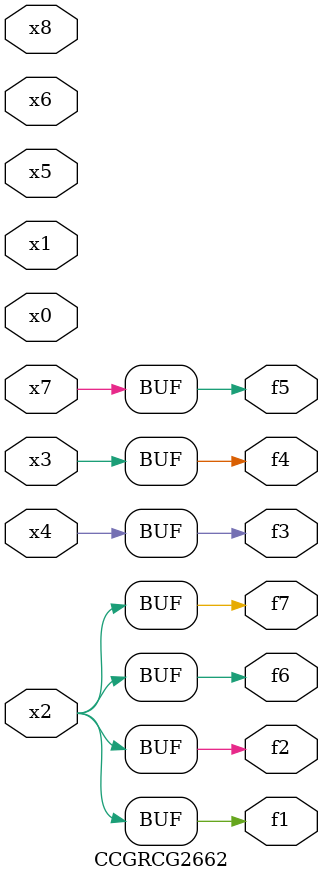
<source format=v>
module CCGRCG2662(
	input x0, x1, x2, x3, x4, x5, x6, x7, x8,
	output f1, f2, f3, f4, f5, f6, f7
);
	assign f1 = x2;
	assign f2 = x2;
	assign f3 = x4;
	assign f4 = x3;
	assign f5 = x7;
	assign f6 = x2;
	assign f7 = x2;
endmodule

</source>
